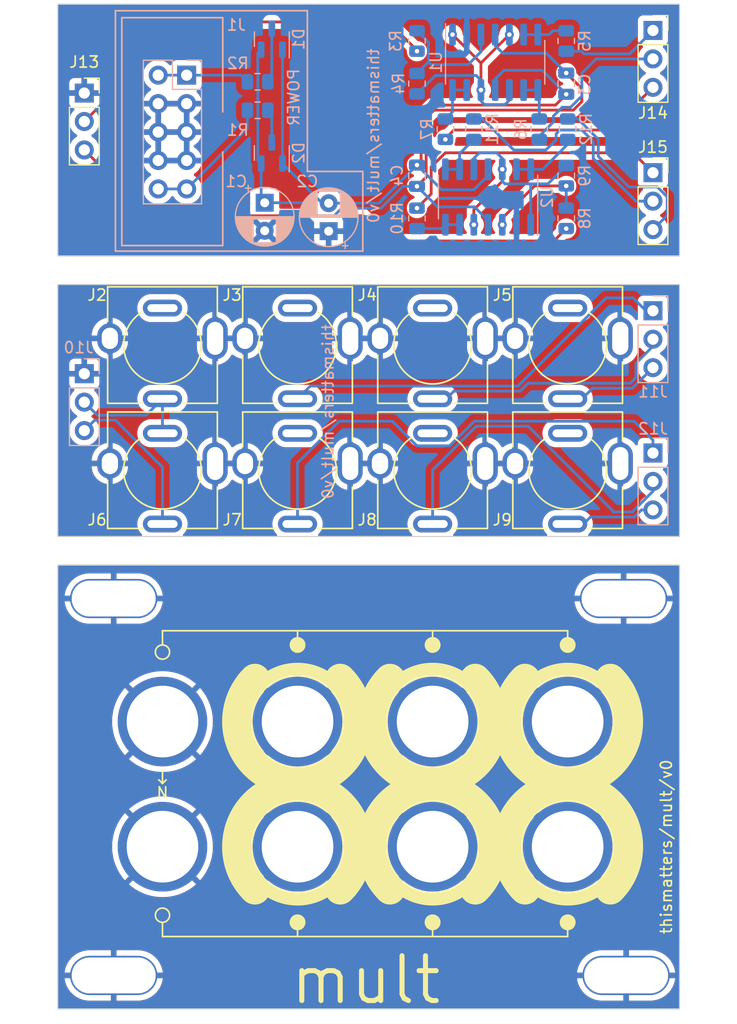
<source format=kicad_pcb>
(kicad_pcb (version 20221018) (generator pcbnew)
  (layers (0 "F.Cu" signal) (31 "B.Cu" signal) (34 "B.Paste" user) (35 "F.Paste" user) (36 "B.SilkS" user "B.Silkscreen") (37 "F.SilkS" user "F.Silkscreen") (38 "B.Mask" user) (39 "F.Mask" user) (44 "Edge.Cuts" user))
  (net 0 "")
  (net 1 "+12V")
  (net 2 "GND")
  (net 3 "-12V")
  (net 4 "Net-(D1-COM)")
  (net 5 "Net-(D2-COM)")
  (net 6 "/FACE")
  (net 7 "Net-(J1-Pin_1)")
  (net 8 "Net-(J1-Pin_10)")
  (net 9 "/IN0")
  (net 11 "/OUT0")
  (net 13 "/OUT1")
  (net 15 "/OUT2")
  (net 17 "/IN1")
  (net 18 "/OUT3")
  (net 20 "/OUT4")
  (net 22 "/OUT5")
  (net 24 "Net-(U1A-+)")
  (net 25 "Net-(U1B-+)")
  (net 26 "Net-(U1B--)")
  (net 27 "Net-(U1C--)")
  (net 28 "Net-(U1D--)")
  (net 29 "Net-(U2A-+)")
  (net 30 "Net-(U2B-+)")
  (net 31 "Net-(U2B--)")
  (net 32 "Net-(U2C--)")
  (net 33 "Net-(U2D--)")
  (net 34 "/GND'")
  (net 35 "/IN0'")
  (net 36 "/IN1'")
  (net 37 "/OUT0'")
  (net 38 "/OUT1'")
  (net 39 "/OUT2'")
  (net 40 "/OUT3'")
  (net 41 "/OUT4'")
  (net 42 "/OUT5'")
  (footprint "Eurorack:AudioJack2_Tayda_A-2566" (layer "F.Cu") (at 125.73 107.844 180)
    (fp_text reference "J7" (at 5.842 -4.424 unlocked) (layer "F.SilkS"))
    (fp_text value "AudioJack2_SwitchT")
    (pad "S" thru_hole oval (at -4.7 0.6 180) (size 2.25 3.75) (drill oval 1.45 2.95) (layers "*.Cu" "*.Mask") (net 34 "/GND'"))
    (pad "S" thru_hole oval (at 4.7 0.6 180) (size 2.25 2.7) (drill oval 1.45 1.9) (layers "*.Cu" "*.Mask") (net 34 "/GND'"))
    (pad "T" thru_hole oval (at 0 -4.8 180) (size 3.5 1.5) (drill oval 2.7 0.7) (layers "*.Cu" "*.Mask") (net 18 "/OUT3"))
    (pad "TN" thru_hole oval (at 0 3.3 180) (size 3.5 1.5) (drill oval 2.7 0.7) (layers "*.Cu" "*.Mask"))
  )
  (footprint "Eurorack:Mech-AudioJack-Hole-Output" (layer "F.Cu") (at 125.73 141.459 180)
    (fp_text reference "H10")
    (fp_text value "out 2" hide)
    (pad "1" thru_hole circle (at 0 0 270) (size 8 8) (drill 6.4) (layers "*.Cu" "*.Mask") (net 6 "/FACE"))
  )
  (footprint "Eurorack:AudioJack2_Tayda_A-2566" (layer "F.Cu") (at 149.86 107.844 180)
    (fp_text reference "J9" (at 5.842 -4.424 unlocked) (layer "F.SilkS"))
    (fp_text value "AudioJack2_SwitchT")
    (pad "S" thru_hole oval (at -4.7 0.6 180) (size 2.25 3.75) (drill oval 1.45 2.95) (layers "*.Cu" "*.Mask") (net 34 "/GND'"))
    (pad "S" thru_hole oval (at 4.7 0.6 180) (size 2.25 2.7) (drill oval 1.45 1.9) (layers "*.Cu" "*.Mask") (net 34 "/GND'"))
    (pad "T" thru_hole oval (at 0 -4.8 180) (size 3.5 1.5) (drill oval 2.7 0.7) (layers "*.Cu" "*.Mask") (net 22 "/OUT5"))
    (pad "TN" thru_hole oval (at 0 3.3 180) (size 3.5 1.5) (drill oval 2.7 0.7) (layers "*.Cu" "*.Mask"))
  )
  (footprint "Connector_PinSocket_2.54mm:PinSocket_1x03_P2.54mm_Vertical" (layer "F.Cu") (at 106.68 74.168)
    (fp_text reference "J13" (at 0 -2.77) (layer "F.SilkS"))
    (fp_text value "Conn_01x03_Socket")
    (pad "1" thru_hole rect (at 0 0) (size 1.7 1.7) (drill 1) (layers "*.Cu" "*.Mask") (net 2 "GND"))
    (pad "2" thru_hole oval (at 0 2.54) (size 1.7 1.7) (drill 1) (layers "*.Cu" "*.Mask") (net 35 "/IN0'"))
    (pad "3" thru_hole oval (at 0 5.08) (size 1.7 1.7) (drill 1) (layers "*.Cu" "*.Mask") (net 36 "/IN1'"))
  )
  (footprint "Eurorack:AudioJack2_Tayda_A-2566" (layer "F.Cu") (at 125.73 96.668 180)
    (fp_text reference "J3" (at 5.842 4.466 unlocked) (layer "F.SilkS"))
    (fp_text value "AudioJack2_SwitchT")
    (pad "S" thru_hole oval (at -4.7 0.6 180) (size 2.25 3.75) (drill oval 1.45 2.95) (layers "*.Cu" "*.Mask") (net 34 "/GND'"))
    (pad "S" thru_hole oval (at 4.7 0.6 180) (size 2.25 2.7) (drill oval 1.45 1.9) (layers "*.Cu" "*.Mask") (net 34 "/GND'"))
    (pad "T" thru_hole oval (at 0 -4.8 180) (size 3.5 1.5) (drill oval 2.7 0.7) (layers "*.Cu" "*.Mask") (net 11 "/OUT0"))
    (pad "TN" thru_hole oval (at 0 3.3 180) (size 3.5 1.5) (drill oval 2.7 0.7) (layers "*.Cu" "*.Mask"))
  )
  (footprint "Eurorack:AudioJack2_Tayda_A-2566" (layer "F.Cu") (at 137.795 96.668 180)
    (fp_text reference "J4" (at 5.842 4.466 unlocked) (layer "F.SilkS"))
    (fp_text value "AudioJack2_SwitchT")
    (pad "S" thru_hole oval (at -4.7 0.6 180) (size 2.25 3.75) (drill oval 1.45 2.95) (layers "*.Cu" "*.Mask") (net 34 "/GND'"))
    (pad "S" thru_hole oval (at 4.7 0.6 180) (size 2.25 2.7) (drill oval 1.45 1.9) (layers "*.Cu" "*.Mask") (net 34 "/GND'"))
    (pad "T" thru_hole oval (at 0 -4.8 180) (size 3.5 1.5) (drill oval 2.7 0.7) (layers "*.Cu" "*.Mask") (net 13 "/OUT1"))
    (pad "TN" thru_hole oval (at 0 3.3 180) (size 3.5 1.5) (drill oval 2.7 0.7) (layers "*.Cu" "*.Mask"))
  )
  (footprint "Eurorack:Mech-MountingHole" (layer "F.Cu") (at 109.305 119.3)
    (fp_text reference "H1")
    (fp_text value "mount0")
    (pad "1" thru_hole oval (at 0 0 90) (size 3.5 7.8) (drill oval 3.2 7.5) (layers "*.Cu" "*.Mask") (net 6 "/FACE"))
  )
  (footprint "Eurorack:Mech-MountingHole" (layer "F.Cu") (at 109.305 152.95)
    (fp_text reference "H4")
    (fp_text value "mount3")
    (pad "1" thru_hole oval (at 0 0 90) (size 3.5 7.8) (drill oval 3.2 7.5) (layers "*.Cu" "*.Mask") (net 6 "/FACE"))
  )
  (footprint "Eurorack:Mech-AudioJack-Hole-Output" (layer "F.Cu") (at 149.86 141.459 180)
    (fp_text reference "H12")
    (fp_text value "out 2" hide)
    (pad "1" thru_hole circle (at 0 0 270) (size 8 8) (drill 6.4) (layers "*.Cu" "*.Mask") (net 6 "/FACE"))
  )
  (footprint "Eurorack:Mech-AudioJack-Hole-Output" (layer "F.Cu") (at 149.86 130.283)
    (fp_text reference "H9")
    (fp_text value "out 1" hide)
    (pad "1" thru_hole circle (at 0 0 90) (size 8 8) (drill 6.4) (layers "*.Cu" "*.Mask") (net 6 "/FACE"))
  )
  (footprint "Eurorack:Mech-AudioJack-Hole" (layer "F.Cu") (at 113.665 141.457)
    (fp_text reference "H6")
    (fp_text value "in 2" hide)
    (pad "1" thru_hole circle (at 0 0 90) (size 8 8) (drill 6.4) (layers "*.Cu" "*.Mask") (net 6 "/FACE"))
  )
  (footprint "Eurorack:Mech-AudioJack-Hole" (layer "F.Cu") (at 113.665 130.283)
    (fp_text reference "H5")
    (fp_text value "in 1" hide)
    (pad "1" thru_hole circle (at 0 0 90) (size 8 8) (drill 6.4) (layers "*.Cu" "*.Mask") (net 6 "/FACE"))
  )
  (footprint "Eurorack:Mech-MountingHole" (layer "F.Cu") (at 154.855 119.3)
    (fp_text reference "H2")
    (fp_text value "mount1")
    (pad "1" thru_hole oval (at 0 0 90) (size 3.5 7.8) (drill oval 3.2 7.5) (layers "*.Cu" "*.Mask") (net 6 "/FACE"))
  )
  (footprint "Eurorack:AudioJack2_Tayda_A-2566" (layer "F.Cu") (at 113.665 96.668 180)
    (fp_text reference "J2" (at 5.842 4.466 unlocked) (layer "F.SilkS"))
    (fp_text value "AudioJack2_SwitchT")
    (pad "S" thru_hole oval (at -4.7 0.6 180) (size 2.25 3.75) (drill oval 1.45 2.95) (layers "*.Cu" "*.Mask") (net 34 "/GND'"))
    (pad "S" thru_hole oval (at 4.7 0.6 180) (size 2.25 2.7) (drill oval 1.45 1.9) (layers "*.Cu" "*.Mask") (net 34 "/GND'"))
    (pad "T" thru_hole oval (at 0 -4.8 180) (size 3.5 1.5) (drill oval 2.7 0.7) (layers "*.Cu" "*.Mask") (net 9 "/IN0"))
    (pad "TN" thru_hole oval (at 0 3.3 180) (size 3.5 1.5) (drill oval 2.7 0.7) (layers "*.Cu" "*.Mask"))
  )
  (footprint "Connector_PinSocket_2.54mm:PinSocket_1x03_P2.54mm_Vertical" (layer "F.Cu") (at 157.48 68.58)
    (fp_text reference "J14" (at 0 7.366) (layer "F.SilkS"))
    (fp_text value "Conn_01x03_Socket")
    (pad "1" thru_hole rect (at 0 0) (size 1.7 1.7) (drill 1) (layers "*.Cu" "*.Mask") (net 37 "/OUT0'"))
    (pad "2" thru_hole oval (at 0 2.54) (size 1.7 1.7) (drill 1) (layers "*.Cu" "*.Mask") (net 38 "/OUT1'"))
    (pad "3" thru_hole oval (at 0 5.08) (size 1.7 1.7) (drill 1) (layers "*.Cu" "*.Mask") (net 39 "/OUT2'"))
  )
  (footprint "Eurorack:AudioJack2_Tayda_A-2566" (layer "F.Cu") (at 149.86 96.668 180)
    (fp_text reference "J5" (at 5.842 4.466 unlocked) (layer "F.SilkS"))
    (fp_text value "AudioJack2_SwitchT")
    (pad "S" thru_hole oval (at -4.7 0.6 180) (size 2.25 3.75) (drill oval 1.45 2.95) (layers "*.Cu" "*.Mask") (net 34 "/GND'"))
    (pad "S" thru_hole oval (at 4.7 0.6 180) (size 2.25 2.7) (drill oval 1.45 1.9) (layers "*.Cu" "*.Mask") (net 34 "/GND'"))
    (pad "T" thru_hole oval (at 0 -4.8 180) (size 3.5 1.5) (drill oval 2.7 0.7) (layers "*.Cu" "*.Mask") (net 15 "/OUT2"))
    (pad "TN" thru_hole oval (at 0 3.3 180) (size 3.5 1.5) (drill oval 2.7 0.7) (layers "*.Cu" "*.Mask"))
  )
  (footprint "Eurorack:Mech-AudioJack-Hole-Output" (layer "F.Cu") (at 137.795 141.459 180)
    (fp_text reference "H11")
    (fp_text value "out 2" hide)
    (pad "1" thru_hole circle (at 0 0 270) (size 8 8) (drill 6.4) (layers "*.Cu" "*.Mask") (net 6 "/FACE"))
  )
  (footprint "Eurorack:Mech-AudioJack-Hole-Output" (layer "F.Cu") (at 125.73 130.283)
    (fp_text reference "H7")
    (fp_text value "out 1" hide)
    (pad "1" thru_hole circle (at 0 0 90) (size 8 8) (drill 6.4) (layers "*.Cu" "*.Mask") (net 6 "/FACE"))
  )
  (footprint "Connector_PinSocket_2.54mm:PinSocket_1x03_P2.54mm_Vertical" (layer "F.Cu") (at 157.48 81.28)
    (fp_text reference "J15" (at 0 -2.286) (layer "F.SilkS"))
    (fp_text value "Conn_01x03_Socket")
    (pad "1" thru_hole rect (at 0 0) (size 1.7 1.7) (drill 1) (layers "*.Cu" "*.Mask") (net 40 "/OUT3'"))
    (pad "2" thru_hole oval (at 0 2.54) (size 1.7 1.7) (drill 1) (layers "*.Cu" "*.Mask") (net 41 "/OUT4'"))
    (pad "3" thru_hole oval (at 0 5.08) (size 1.7 1.7) (drill 1) (layers "*.Cu" "*.Mask") (net 42 "/OUT5'"))
  )
  (footprint "Eurorack:Mech-AudioJack-Hole-Output" (layer "F.Cu") (at 137.795 130.283)
    (fp_text reference "H8")
    (fp_text value "out 1" hide)
    (pad "1" thru_hole circle (at 0 0 90) (size 8 8) (drill 6.4) (layers "*.Cu" "*.Mask") (net 6 "/FACE"))
  )
  (footprint "Eurorack:Mech-MountingHole" (layer "F.Cu") (at 155.08 152.95)
    (fp_text reference "H3")
    (fp_text value "mount2")
    (pad "1" thru_hole oval (at 0 0 90) (size 3.5 7.8) (drill oval 3.2 7.5) (layers "*.Cu" "*.Mask") (net 6 "/FACE"))
  )
  (footprint "Eurorack:AudioJack2_Tayda_A-2566" (layer "F.Cu") (at 113.665 107.842 180)
    (fp_text reference "J6" (at 5.842 -4.426 unlocked) (layer "F.SilkS"))
    (fp_text value "AudioJack2_SwitchT")
    (pad "S" thru_hole oval (at -4.7 0.6 180) (size 2.25 3.75) (drill oval 1.45 2.95) (layers "*.Cu" "*.Mask") (net 34 "/GND'"))
    (pad "S" thru_hole oval (at 4.7 0.6 180) (size 2.25 2.7) (drill oval 1.45 1.9) (layers "*.Cu" "*.Mask") (net 34 "/GND'"))
    (pad "T" thru_hole oval (at 0 -4.8 180) (size 3.5 1.5) (drill oval 2.7 0.7) (layers "*.Cu" "*.Mask") (net 17 "/IN1"))
    (pad "TN" thru_hole oval (at 0 3.3 180) (size 3.5 1.5) (drill oval 2.7 0.7) (layers "*.Cu" "*.Mask") (net 9 "/IN0"))
  )
  (footprint "Eurorack:AudioJack2_Tayda_A-2566" (layer "F.Cu") (at 137.795 107.844 180)
    (fp_text reference "J8" (at 5.842 -4.424 unlocked) (layer "F.SilkS"))
    (fp_text value "AudioJack2_SwitchT")
    (pad "S" thru_hole oval (at -4.7 0.6 180) (size 2.25 3.75) (drill oval 1.45 2.95) (layers "*.Cu" "*.Mask") (net 34 "/GND'"))
    (pad "S" thru_hole oval (at 4.7 0.6 180) (size 2.25 2.7) (drill oval 1.45 1.9) (layers "*.Cu" "*.Mask") (net 34 "/GND'"))
    (pad "T" thru_hole oval (at 0 -4.8 180) (size 3.5 1.5) (drill oval 2.7 0.7) (layers "*.Cu" "*.Mask") (net 20 "/OUT4"))
    (pad "TN" thru_hole oval (at 0 3.3 180) (size 3.5 1.5) (drill oval 2.7 0.7) (layers "*.Cu" "*.Mask"))
  )
  (footprint "Resistor_SMD:R_0805_2012Metric" (layer "B.Cu") (at 149.86 77.396 90)
    (fp_text reference "R12" (at 0 1.65 90) (layer "B.SilkS") (effects (justify mirror)))
    (fp_text value "1K")
    (pad "1" smd roundrect (at -0.9125 0 90) (size 1.025 1.4) (layers "B.Cu" "B.Paste" "B.Mask") (roundrect_rratio 0.243902) (net 33 "Net-(U2D--)"))
    (pad "2" smd roundrect (at 0.9125 0 90) (size 1.025 1.4) (layers "B.Cu" "B.Paste" "B.Mask") (roundrect_rratio 0.243902) (net 42 "/OUT5'"))
  )
  (footprint "Resistor_SMD:R_0805_2012Metric" (layer "B.Cu") (at 122.1613 73.1669 180)
    (fp_text reference "R2" (at 1.7653 1.65) (layer "B.SilkS") (effects (justify mirror)))
    (fp_text value "10")
    (pad "1" smd roundrect (at -0.9125 0 180) (size 1.025 1.4) (layers "B.Cu" "B.Paste" "B.Mask") (roundrect_rratio 0.243902) (net 4 "Net-(D1-COM)"))
    (pad "2" smd roundrect (at 0.9125 0 180) (size 1.025 1.4) (layers "B.Cu" "B.Paste" "B.Mask") (roundrect_rratio 0.243902) (net 7 "Net-(J1-Pin_1)"))
  )
  (footprint "Capacitor_SMD:C_0805_2012Metric" (layer "B.Cu") (at 136.398 81.5455 90)
    (fp_text reference "C4" (at 0.0115 -1.778 90) (layer "B.SilkS") (effects (justify mirror)))
    (fp_text value "100n")
    (pad "1" smd roundrect (at -0.95 0 90) (size 1 1.45) (layers "B.Cu" "B.Paste" "B.Mask") (net 1 "+12V"))
    (pad "2" smd roundrect (at 0.95 0 90) (size 1 1.45) (layers "B.Cu" "B.Paste" "B.Mask") (net 3 "-12V"))
  )
  (footprint "Resistor_SMD:R_0805_2012Metric" (layer "B.Cu") (at 136.398 73.329 -90)
    (fp_text reference "R4" (at 0 1.65 90) (layer "B.SilkS") (effects (justify mirror)))
    (fp_text value "100K")
    (pad "1" smd roundrect (at -0.9125 0 270) (size 1.025 1.4) (layers "B.Cu" "B.Paste" "B.Mask") (roundrect_rratio 0.243902) (net 24 "Net-(U1A-+)"))
    (pad "2" smd roundrect (at 0.9125 0 270) (size 1.025 1.4) (layers "B.Cu" "B.Paste" "B.Mask") (roundrect_rratio 0.243902) (net 25 "Net-(U1B-+)"))
  )
  (footprint "Resistor_SMD:R_0805_2012Metric" (layer "B.Cu") (at 149.733 85.3555 90)
    (fp_text reference "R8" (at 0 1.651 90) (layer "B.SilkS") (effects (justify mirror)))
    (fp_text value "100K")
    (pad "1" smd roundrect (at -0.9125 0 90) (size 1.025 1.4) (layers "B.Cu" "B.Paste" "B.Mask") (roundrect_rratio 0.243902) (net 36 "/IN1'"))
    (pad "2" smd roundrect (at 0.9125 0 90) (size 1.025 1.4) (layers "B.Cu" "B.Paste" "B.Mask") (roundrect_rratio 0.243902) (net 29 "Net-(U2A-+)"))
  )
  (footprint "Package_SO:SOIC-14_3.9x8.7mm_P1.27mm" (layer "B.Cu") (at 143.383 71.424 -90)
    (fp_text reference "U1" (at 0 5.28 90) (layer "B.SilkS") (effects (justify mirror)))
    (fp_text value "TL074")
    (pad "1" smd roundrect (at -2.475 3.81 270) (size 1.95 0.6) (layers "B.Cu" "B.Paste" "B.Mask") (net 25 "Net-(U1B-+)"))
    (pad "2" smd roundrect (at -2.475 2.54 270) (size 1.95 0.6) (layers "B.Cu" "B.Paste" "B.Mask") (net 2 "GND"))
    (pad "3" smd roundrect (at -2.475 1.27 270) (size 1.95 0.6) (layers "B.Cu" "B.Paste" "B.Mask") (net 24 "Net-(U1A-+)"))
    (pad "4" smd roundrect (at -2.475 0 270) (size 1.95 0.6) (layers "B.Cu" "B.Paste" "B.Mask") (net 1 "+12V"))
    (pad "5" smd roundrect (at -2.475 -1.27 270) (size 1.95 0.6) (layers "B.Cu" "B.Paste" "B.Mask") (net 25 "Net-(U1B-+)"))
    (pad "6" smd roundrect (at -2.475 -2.54 270) (size 1.95 0.6) (layers "B.Cu" "B.Paste" "B.Mask") (net 26 "Net-(U1B--)"))
    (pad "7" smd roundrect (at -2.475 -3.81 270) (size 1.95 0.6) (layers "B.Cu" "B.Paste" "B.Mask") (net 26 "Net-(U1B--)"))
    (pad "8" smd roundrect (at 2.475 -3.81 270) (size 1.95 0.6) (layers "B.Cu" "B.Paste" "B.Mask") (net 27 "Net-(U1C--)"))
    (pad "9" smd roundrect (at 2.475 -2.54 270) (size 1.95 0.6) (layers "B.Cu" "B.Paste" "B.Mask") (net 27 "Net-(U1C--)"))
    (pad "10" smd roundrect (at 2.475 -1.27 270) (size 1.95 0.6) (layers "B.Cu" "B.Paste" "B.Mask") (net 25 "Net-(U1B-+)"))
    (pad "11" smd roundrect (at 2.475 0 270) (size 1.95 0.6) (layers "B.Cu" "B.Paste" "B.Mask") (net 3 "-12V"))
    (pad "12" smd roundrect (at 2.475 1.27 270) (size 1.95 0.6) (layers "B.Cu" "B.Paste" "B.Mask") (net 25 "Net-(U1B-+)"))
    (pad "13" smd roundrect (at 2.475 2.54 270) (size 1.95 0.6) (layers "B.Cu" "B.Paste" "B.Mask") (net 28 "Net-(U1D--)"))
    (pad "14" smd roundrect (at 2.475 3.81 270) (size 1.95 0.6) (layers "B.Cu" "B.Paste" "B.Mask") (net 28 "Net-(U1D--)"))
  )
  (footprint "Resistor_SMD:R_0805_2012Metric" (layer "B.Cu") (at 141.478 77.396 90)
    (fp_text reference "R11" (at 0 1.65 90) (layer "B.SilkS") (effects (justify mirror)))
    (fp_text value "1K")
    (pad "1" smd roundrect (at -0.9125 0 90) (size 1.025 1.4) (layers "B.Cu" "B.Paste" "B.Mask") (roundrect_rratio 0.243902) (net 32 "Net-(U2C--)"))
    (pad "2" smd roundrect (at 0.9125 0 90) (size 1.025 1.4) (layers "B.Cu" "B.Paste" "B.Mask") (roundrect_rratio 0.243902) (net 41 "/OUT4'"))
  )
  (footprint "Package_TO_SOT_SMD:SOT-23" (layer "B.Cu") (at 123.4313 79.5169 90)
    (fp_text reference "D2" (at 0 2.4 90) (layer "B.SilkS") (effects (justify mirror)))
    (fp_text value "BAT54S")
    (pad "1" smd roundrect (at -0.9375 0.95 90) (size 1.475 0.6) (layers "B.Cu" "B.Paste" "B.Mask") (net 3 "-12V"))
    (pad "2" smd roundrect (at -0.9375 -0.95 90) (size 1.475 0.6) (layers "B.Cu" "B.Paste" "B.Mask") (net 1 "+12V"))
    (pad "3" smd roundrect (at 0.9375 0 90) (size 1.475 0.6) (layers "B.Cu" "B.Paste" "B.Mask") (net 5 "Net-(D2-COM)"))
  )
  (footprint "Resistor_SMD:R_0805_2012Metric" (layer "B.Cu") (at 122.1613 75.7069 180)
    (fp_text reference "R1" (at 1.7653 -1.7631) (layer "B.SilkS") (effects (justify mirror)))
    (fp_text value "10")
    (pad "1" smd roundrect (at -0.9125 0 180) (size 1.025 1.4) (layers "B.Cu" "B.Paste" "B.Mask") (roundrect_rratio 0.243902) (net 5 "Net-(D2-COM)"))
    (pad "2" smd roundrect (at 0.9125 0 180) (size 1.025 1.4) (layers "B.Cu" "B.Paste" "B.Mask") (roundrect_rratio 0.243902) (net 8 "Net-(J1-Pin_10)"))
  )
  (footprint "Package_TO_SOT_SMD:SOT-23" (layer "B.Cu") (at 123.4313 69.3569 90)
    (fp_text reference "D1" (at 0 2.4 90) (layer "B.SilkS") (effects (justify mirror)))
    (fp_text value "BAT54S")
    (pad "1" smd roundrect (at -0.9375 0.95 90) (size 1.475 0.6) (layers "B.Cu" "B.Paste" "B.Mask") (net 3 "-12V"))
    (pad "2" smd roundrect (at -0.9375 -0.95 90) (size 1.475 0.6) (layers "B.Cu" "B.Paste" "B.Mask") (net 1 "+12V"))
    (pad "3" smd roundrect (at 0.9375 0 90) (size 1.475 0.6) (layers "B.Cu" "B.Paste" "B.Mask") (net 4 "Net-(D1-COM)"))
  )
  (footprint "Package_SO:SOIC-14_3.9x8.7mm_P1.27mm" (layer "B.Cu") (at 142.748 83.4505 90)
    (fp_text reference "U2" (at 0 5.28 90) (layer "B.SilkS") (effects (justify mirror)))
    (fp_text value "TL074")
    (pad "1" smd roundrect (at -2.475 3.81 90) (size 1.95 0.6) (layers "B.Cu" "B.Paste" "B.Mask") (net 30 "Net-(U2B-+)"))
    (pad "2" smd roundrect (at -2.475 2.54 90) (size 1.95 0.6) (layers "B.Cu" "B.Paste" "B.Mask") (net 2 "GND"))
    (pad "3" smd roundrect (at -2.475 1.27 90) (size 1.95 0.6) (layers "B.Cu" "B.Paste" "B.Mask") (net 29 "Net-(U2A-+)"))
    (pad "4" smd roundrect (at -2.475 0 90) (size 1.95 0.6) (layers "B.Cu" "B.Paste" "B.Mask") (net 1 "+12V"))
    (pad "5" smd roundrect (at -2.475 -1.27 90) (size 1.95 0.6) (layers "B.Cu" "B.Paste" "B.Mask") (net 30 "Net-(U2B-+)"))
    (pad "6" smd roundrect (at -2.475 -2.54 90) (size 1.95 0.6) (layers "B.Cu" "B.Paste" "B.Mask") (net 31 "Net-(U2B--)"))
    (pad "7" smd roundrect (at -2.475 -3.81 90) (size 1.95 0.6) (layers "B.Cu" "B.Paste" "B.Mask") (net 31 "Net-(U2B--)"))
    (pad "8" smd roundrect (at 2.475 -3.81 90) (size 1.95 0.6) (layers "B.Cu" "B.Paste" "B.Mask") (net 32 "Net-(U2C--)"))
    (pad "9" smd roundrect (at 2.475 -2.54 90) (size 1.95 0.6) (layers "B.Cu" "B.Paste" "B.Mask") (net 32 "Net-(U2C--)"))
    (pad "10" smd roundrect (at 2.475 -1.27 90) (size 1.95 0.6) (layers "B.Cu" "B.Paste" "B.Mask") (net 30 "Net-(U2B-+)"))
    (pad "11" smd roundrect (at 2.475 0 90) (size 1.95 0.6) (layers "B.Cu" "B.Paste" "B.Mask") (net 3 "-12V"))
    (pad "12" smd roundrect (at 2.475 1.27 90) (size 1.95 0.6) (layers "B.Cu" "B.Paste" "B.Mask") (net 30 "Net-(U2B-+)"))
    (pad "13" smd roundrect (at 2.475 2.54 90) (size 1.95 0.6) (layers "B.Cu" "B.Paste" "B.Mask") (net 33 "Net-(U2D--)"))
    (pad "14" smd roundrect (at 2.475 3.81 90) (size 1.95 0.6) (layers "B.Cu" "B.Paste" "B.Mask") (net 33 "Net-(U2D--)"))
  )
  (footprint "Resistor_SMD:R_0805_2012Metric" (layer "B.Cu") (at 149.733 69.519 -90)
    (fp_text reference "R5" (at 0 -1.651 90) (layer "B.SilkS") (effects (justify mirror)))
    (fp_text value "1K")
    (pad "1" smd roundrect (at -0.9125 0 270) (size 1.025 1.4) (layers "B.Cu" "B.Paste" "B.Mask") (roundrect_rratio 0.243902) (net 26 "Net-(U1B--)"))
    (pad "2" smd roundrect (at 0.9125 0 270) (size 1.025 1.4) (layers "B.Cu" "B.Paste" "B.Mask") (roundrect_rratio 0.243902) (net 37 "/OUT0'"))
  )
  (footprint "Eurorack:PinHeader_2x05_P2.54mm_Vertical" (layer "B.Cu") (at 115.824 72.57 180)
    (fp_text reference "J1" (at -4.4323 4.4831) (layer "B.SilkS") (effects (justify mirror)))
    (fp_text value "Conn_02x05_Odd_Even")
    (pad "1" thru_hole rect (at 0 0 180) (size 1.7 1.7) (drill 1) (layers "*.Cu" "*.Mask") (net 7 "Net-(J1-Pin_1)"))
    (pad "2" thru_hole oval (at 2.54 0 180) (size 1.7 1.7) (drill 1) (layers "*.Cu" "*.Mask") (net 7 "Net-(J1-Pin_1)"))
    (pad "3" thru_hole oval (at 0 -2.54 180) (size 1.7 1.7) (drill 1) (layers "*.Cu" "*.Mask") (net 2 "GND"))
    (pad "4" thru_hole oval (at 2.54 -2.54 180) (size 1.7 1.7) (drill 1) (layers "*.Cu" "*.Mask") (net 2 "GND"))
    (pad "5" thru_hole oval (at 0 -5.08 180) (size 1.7 1.7) (drill 1) (layers "*.Cu" "*.Mask") (net 2 "GND"))
    (pad "6" thru_hole oval (at 2.54 -5.08 180) (size 1.7 1.7) (drill 1) (layers "*.Cu" "*.Mask") (net 2 "GND"))
    (pad "7" thru_hole oval (at 0 -7.62 180) (size 1.7 1.7) (drill 1) (layers "*.Cu" "*.Mask") (net 2 "GND"))
    (pad "8" thru_hole oval (at 2.54 -7.62 180) (size 1.7 1.7) (drill 1) (layers "*.Cu" "*.Mask") (net 2 "GND"))
    (pad "9" thru_hole oval (at 0 -10.16 180) (size 1.7 1.7) (drill 1) (layers "*.Cu" "*.Mask") (net 8 "Net-(J1-Pin_10)"))
    (pad "10" thru_hole oval (at 2.54 -10.16 180) (size 1.7 1.7) (drill 1) (layers "*.Cu" "*.Mask") (net 8 "Net-(J1-Pin_10)"))
  )
  (footprint "Resistor_SMD:R_0805_2012Metric" (layer "B.Cu") (at 138.938 77.396 -90)
    (fp_text reference "R7" (at 0 1.65 90) (layer "B.SilkS") (effects (justify mirror)))
    (fp_text value "1K")
    (pad "1" smd roundrect (at -0.9125 0 270) (size 1.025 1.4) (layers "B.Cu" "B.Paste" "B.Mask") (roundrect_rratio 0.243902) (net 28 "Net-(U1D--)"))
    (pad "2" smd roundrect (at 0.9125 0 270) (size 1.025 1.4) (layers "B.Cu" "B.Paste" "B.Mask") (roundrect_rratio 0.243902) (net 39 "/OUT2'"))
  )
  (footprint "Resistor_SMD:R_0805_2012Metric" (layer "B.Cu") (at 136.398 85.3555 90)
    (fp_text reference "R10" (at 0 -1.778 90) (layer "B.SilkS") (effects (justify mirror)))
    (fp_text value "1K")
    (pad "1" smd roundrect (at -0.9125 0 90) (size 1.025 1.4) (layers "B.Cu" "B.Paste" "B.Mask") (roundrect_rratio 0.243902) (net 31 "Net-(U2B--)"))
    (pad "2" smd roundrect (at 0.9125 0 90) (size 1.025 1.4) (layers "B.Cu" "B.Paste" "B.Mask") (roundrect_rratio 0.243902) (net 40 "/OUT3'"))
  )
  (footprint "Connector_PinHeader_2.54mm:PinHeader_1x03_P2.54mm_Vertical" (layer "B.Cu") (at 106.68 99.223 180)
    (fp_text reference "J10" (at 0.508 2.33) (layer "B.SilkS") (effects (justify mirror)))
    (fp_text value "Conn_01x03_Pin")
    (pad "1" thru_hole rect (at 0 0 180) (size 1.7 1.7) (drill 1) (layers "*.Cu" "*.Mask") (net 34 "/GND'"))
    (pad "2" thru_hole oval (at 0 -2.54 180) (size 1.7 1.7) (drill 1) (layers "*.Cu" "*.Mask") (net 9 "/IN0"))
    (pad "3" thru_hole oval (at 0 -5.08 180) (size 1.7 1.7) (drill 1) (layers "*.Cu" "*.Mask") (net 17 "/IN1"))
  )
  (footprint "Resistor_SMD:R_0805_2012Metric" (layer "B.Cu") (at 149.733 81.5455 90)
    (fp_text reference "R9" (at 0 1.65 90) (layer "B.SilkS") (effects (justify mirror)))
    (fp_text value "100K")
    (pad "1" smd roundrect (at -0.9125 0 90) (size 1.025 1.4) (layers "B.Cu" "B.Paste" "B.Mask") (roundrect_rratio 0.243902) (net 29 "Net-(U2A-+)"))
    (pad "2" smd roundrect (at 0.9125 0 90) (size 1.025 1.4) (layers "B.Cu" "B.Paste" "B.Mask") (roundrect_rratio 0.243902) (net 30 "Net-(U2B-+)"))
  )
  (footprint "Resistor_SMD:R_0805_2012Metric" (layer "B.Cu") (at 147.32 77.396 -90)
    (fp_text reference "R6" (at 0 1.65 90) (layer "B.SilkS") (effects (justify mirror)))
    (fp_text value "1K")
    (pad "1" smd roundrect (at -0.9125 0 270) (size 1.025 1.4) (layers "B.Cu" "B.Paste" "B.Mask") (roundrect_rratio 0.243902) (net 27 "Net-(U1C--)"))
    (pad "2" smd roundrect (at 0.9125 0 270) (size 1.025 1.4) (layers "B.Cu" "B.Paste" "B.Mask") (roundrect_rratio 0.243902) (net 38 "/OUT1'"))
  )
  (footprint "Capacitor_THT:CP_Radial_D5.0mm_P2.50mm" (layer "B.Cu") (at 122.7963 83.9619 -90)
    (fp_text reference "C1" (at -1.905 2.54) (layer "B.SilkS") (effects (justify mirror)))
    (fp_text value "22u 50V")
    (pad "1" thru_hole rect (at 0 0 270) (size 1.6 1.6) (drill 0.8) (layers "*.Cu" "*.Mask") (net 1 "+12V"))
    (pad "2" thru_hole circle (at 2.5 0 270) (size 1.6 1.6) (drill 0.8) (layers "*.Cu" "*.Mask") (net 2 "GND"))
  )
  (footprint "Resistor_SMD:R_0805_2012Metric" (layer "B.Cu") (at 136.398 69.519 90)
    (fp_text reference "R3" (at 0 -1.905 90) (layer "B.SilkS") (effects (justify mirror)))
    (fp_text value "100K")
    (pad "1" smd roundrect (at -0.9125 0 90) (size 1.025 1.4) (layers "B.Cu" "B.Paste" "B.Mask") (roundrect_rratio 0.243902) (net 35 "/IN0'"))
    (pad "2" smd roundrect (at 0.9125 0 90) (size 1.025 1.4) (layers "B.Cu" "B.Paste" "B.Mask") (roundrect_rratio 0.243902) (net 24 "Net-(U1A-+)"))
  )
  (footprint "Capacitor_THT:CP_Radial_D5.0mm_P2.50mm" (layer "B.Cu") (at 128.5113 86.5019 90)
    (fp_text reference "C2" (at 4.445 -1.905) (layer "B.SilkS") (effects (justify mirror)))
    (fp_text value "22u 50V")
    (pad "1" thru_hole rect (at 0 0 90) (size 1.6 1.6) (drill 0.8) (layers "*.Cu" "*.Mask") (net 2 "GND"))
    (pad "2" thru_hole circle (at 2.5 0 90) (size 1.6 1.6) (drill 0.8) (layers "*.Cu" "*.Mask") (net 3 "-12V"))
  )
  (footprint "Capacitor_SMD:C_0805_2012Metric" (layer "B.Cu") (at 149.733 73.329 -90)
    (fp_text reference "C3" (at 0.077 -1.651 90) (layer "B.SilkS") (effects (justify mirror)))
    (fp_text value "100n")
    (pad "1" smd roundrect (at -0.95 0 270) (size 1 1.45) (layers "B.Cu" "B.Paste" "B.Mask") (net 1 "+12V"))
    (pad "2" smd roundrect (at 0.95 0 270) (size 1 1.45) (layers "B.Cu" "B.Paste" "B.Mask") (net 3 "-12V"))
  )
  (footprint "Connector_PinHeader_2.54mm:PinHeader_1x03_P2.54mm_Vertical" (layer "B.Cu") (at 157.48 106.305 180)
    (fp_text reference "J12" (at 0 2.165) (layer "B.SilkS") (effects (justify mirror)))
    (fp_text value "Conn_01x03_Pin")
    (pad "1" thru_hole rect (at 0 0 180) (size 1.7 1.7) (drill 1) (layers "*.Cu" "*.Mask") (net 18 "/OUT3"))
    (pad "2" thru_hole oval (at 0 -2.54 180) (size 1.7 1.7) (drill 1) (layers "*.Cu" "*.Mask") (net 20 "/OUT4"))
    (pad "3" thru_hole oval (at 0 -5.08 180) (size 1.7 1.7) (drill 1) (layers "*.Cu" "*.Mask") (net 22 "/OUT5"))
  )
  (footprint "Connector_PinHeader_2.54mm:PinHeader_1x03_P2.54mm_Vertical" (layer "B.Cu") (at 157.48 93.605 180)
    (fp_text reference "J11" (at 0 -7.233) (layer "B.SilkS") (effects (justify mirror)))
    (fp_text value "Conn_01x03_Pin")
    (pad "1" thru_hole rect (at 0 0 180) (size 1.7 1.7) (drill 1) (layers "*.Cu" "*.Mask") (net 11 "/OUT0"))
    (pad "2" thru_hole oval (at 0 -2.54 180) (size 1.7 1.7) (drill 1) (layers "*.Cu" "*.Mask") (net 13 "/OUT1"))
    (pad "3" thru_hole oval (at 0 -5.08 180) (size 1.7 1.7) (drill 1) (layers "*.Cu" "*.Mask") (net 15 "/OUT2"))
  )
  (gr_line (start 109.4613 66.8169) (end 126.6063 66.8169) (stroke (width 0.15)) (layer "B.SilkS"))
  (gr_line (start 126.6063 81.1679) (end 131.5593 81.1679) (stroke (width 0.15)) (layer "B.SilkS"))
  (gr_line (start 131.5593 88.2799) (end 109.4613 88.2799) (stroke (width 0.15)) (layer "B.SilkS"))
  (gr_line (start 131.5593 81.1679) (end 131.5593 88.2799) (stroke (width 0.15)) (layer "B.SilkS"))
  (gr_line (start 109.4613 88.2799) (end 109.4613 66.8169) (stroke (width 0.15)) (layer "B.SilkS"))
  (gr_line (start 126.6063 66.8169) (end 126.6063 81.1679) (stroke (width 0.15)) (layer "B.SilkS"))
  (gr_line (start 125.73 122.809) (end 125.73 122.174) (stroke (width 0.15)) (layer "F.SilkS"))
  (gr_circle (center 125.73 148.209) (end 126.365 148.209) (stroke (width 0.15)) (fill solid) (layer "F.SilkS"))
  (gr_circle (center 137.795 148.209) (end 138.43 148.209) (stroke (width 0.15)) (fill solid) (layer "F.SilkS"))
  (gr_circle (center 137.795 123.444) (end 138.43 123.444) (stroke (width 0.15)) (fill solid) (layer "F.SilkS"))
  (gr_line (start 149.86 122.809) (end 149.86 122.174) (stroke (width 0.15)) (layer "F.SilkS"))
  (gr_line (start 149.86 149.479) (end 113.665 149.479) (stroke (width 0.15)) (layer "F.SilkS"))
  (gr_line (start 113.665 135.8138) (end 113.9952 135.4836) (stroke (width 0.15)) (layer "F.SilkS"))
  (gr_circle (center 113.665 124.079) (end 114.3 124.079) (stroke (width 0.15)) (fill none) (layer "F.SilkS"))
  (gr_line (start 113.665 149.479) (end 113.665 148.209) (stroke (width 0.15)) (layer "F.SilkS"))
  (gr_line (start 113.665 134.62) (end 113.665 135.8138) (stroke (width 0.15)) (layer "F.SilkS"))
  (gr_circle (center 149.86 123.444) (end 150.495 123.444) (stroke (width 0.15)) (fill solid) (layer "F.SilkS"))
  (gr_circle (center 113.665 147.574) (end 114.3 147.574) (stroke (width 0.15)) (fill none) (layer "F.SilkS"))
  (gr_line (start 113.665 135.8138) (end 113.3348 135.4836) (stroke (width 0.15)) (layer "F.SilkS"))
  (gr_line (start 125.73 149.479) (end 125.73 148.844) (stroke (width 0.15)) (layer "F.SilkS"))
  (gr_line (start 137.795 122.174) (end 137.795 122.809) (stroke (width 0.15)) (layer "F.SilkS"))
  (gr_circle (center 149.86 148.209) (end 150.495 148.209) (stroke (width 0.15)) (fill solid) (layer "F.SilkS"))
  (gr_line (start 113.665 122.174) (end 113.665 123.444) (stroke (width 0.15)) (layer "F.SilkS"))
  (gr_line (start 137.795 149.479) (end 137.795 148.844) (stroke (width 0.15)) (layer "F.SilkS"))
  (gr_line (start 149.86 122.174) (end 113.665 122.174) (stroke (width 0.15)) (layer "F.SilkS"))
  (gr_circle (center 125.73 123.444) (end 126.365 123.444) (stroke (width 0.15)) (fill solid) (layer "F.SilkS"))
  (gr_line (start 149.86 149.479) (end 149.86 148.844) (stroke (width 0.15)) (layer "F.SilkS"))
  (gr_rect (start 104.305 66.22) (end 159.855 88.72) (stroke (width 0.1)) (fill none) (layer "Edge.Cuts"))
  (gr_rect (start 104.305 116.3) (end 159.855 155.95) (stroke (width 0.1)) (fill none) (layer "Edge.Cuts"))
  (gr_rect (start 104.305 91.26) (end 159.855 113.76) (stroke (width 0.1)) (fill none) (layer "Edge.Cuts"))
  (gr_text "thismatters/mult/v0" (at 129.032 94.742 90) (layer "B.SilkS") (effects (font (size 1 1)) (justify left bottom mirror)))
  (gr_text "thismatters/mult/v0" (at 133.096 70.104 90) (layer "B.SilkS") (effects (font (size 1 1)) (justify left bottom mirror)))
  (gr_text "POWER" (at 125.9713 71.8969 90) (layer "B.SilkS") (effects (font (size 1 1)) (justify left bottom mirror)))
  (gr_text "N" (at 113.665 136.652) (layer "F.SilkS") (effects (font (size 1 1))))
  (gr_text "thismatters/mult/v0" (at 159.258 149.352 90) (layer "F.SilkS") (effects (font (size 1 1)) (justify left bottom)))
  (gr_text "mult" (at 131.826 155.702) (layer "F.SilkS") (effects (font (size 4 4) (thickness 0.45)) (justify bottom)))
  (segment (start 150.368 75.692) (end 151.13 74.93) (width 0.25) (layer "F.Cu") (net 1))
  (segment (start 151.13 73.776) (end 149.733 72.379) (width 0.25) (layer "F.Cu") (net 1))
  (segment (start 137.922 75.692) (end 150.368 75.692) (width 0.25) (layer "F.Cu") (net 1))
  (segment (start 151.13 74.93) (end 151.13 73.776) (width 0.25) (layer "F.Cu") (net 1))
  (segment (start 137.218 81.6755) (end 137.218 76.396) (width 0.25) (layer "F.Cu") (net 1))
  (segment (start 136.398 82.4955) (end 137.218 81.6755) (width 0.25) (layer "F.Cu") (net 1))
  (segment (start 137.218 76.396) (end 137.922 75.692) (width 0.25) (layer "F.Cu") (net 1))
  (via (at 136.398 82.4955) (size 0.8) (drill 0.4) (layers "F.Cu" "B.Cu") (net 1))
  (via (at 149.733 72.379) (size 0.8) (drill 0.4) (layers "F.Cu" "B.Cu") (net 1))
  (segment (start 122.1813 80.1544) (end 122.181301 70.594399) (width 0.25) (layer "B.Cu") (net 1))
  (segment (start 122.7963 83.9619) (end 126.3799 83.9619) (width 0.25) (layer "B.Cu") (net 1))
  (segment (start 127.5449 85.1269) (end 128.9951 85.1269) (width 0.25) (layer "B.Cu") (net 1))
  (segment (start 138.2305 84.328) (end 141.531408 84.328) (width 0.25) (layer "B.Cu") (net 1))
  (segment (start 141.531408 84.328) (end 142.748 85.544592) (width 0.25) (layer "B.Cu") (net 1))
  (segment (start 136.398 82.4955) (end 138.2305 84.328) (width 0.25) (layer "B.Cu") (net 1))
  (segment (start 122.4813 80.4544) (end 122.4813 83.6469) (width 0.25) (layer "B.Cu") (net 1))
  (segment (start 143.383 69.923999) (end 143.383 68.949) (width 0.25) (layer "B.Cu") (net 1))
  (segment (start 129.6701 84.4519) (end 133.177996 84.4519) (width 0.25) (layer "B.Cu") (net 1))
  (segment (start 122.4813 80.4544) (end 122.1813 80.1544) (width 0.25) (layer "B.Cu") (net 1))
  (segment (start 126.3799 83.9619) (end 127.5449 85.1269) (width 0.25) (layer "B.Cu") (net 1))
  (segment (start 147.966 70.612) (end 144.071001 70.612) (width 0.25) (layer "B.Cu") (net 1))
  (segment (start 133.177996 84.4519) (end 135.134396 82.4955) (width 0.25) (layer "B.Cu") (net 1))
  (segment (start 135.134396 82.4955) (end 136.398 82.4955) (width 0.25) (layer "B.Cu") (net 1))
  (segment (start 122.181301 70.594399) (end 122.4813 70.2944) (width 0.25) (layer "B.Cu") (net 1))
  (segment (start 144.071001 70.612) (end 143.383 69.923999) (width 0.25) (layer "B.Cu") (net 1))
  (segment (start 128.9951 85.1269) (end 129.6701 84.4519) (width 0.25) (layer "B.Cu") (net 1))
  (segment (start 149.733 72.379) (end 147.966 70.612) (width 0.25) (layer "B.Cu") (net 1))
  (segment (start 136.768 76.209604) (end 137.735604 75.242) (width 0.25) (layer "F.Cu") (net 3))
  (segment (start 136.398 80.5955) (end 136.5745 80.5955) (width 0.25) (layer "F.Cu") (net 3))
  (segment (start 137.735604 75.242) (end 148.77 75.242) (width 0.25) (layer "F.Cu") (net 3))
  (segment (start 136.5745 80.5955) (end 136.768 80.402) (width 0.25) (layer "F.Cu") (net 3))
  (segment (start 148.77 75.242) (end 149.733 74.279) (width 0.25) (layer "F.Cu") (net 3))
  (segment (start 136.768 80.402) (end 136.768 76.209604) (width 0.25) (layer "F.Cu") (net 3))
  (via (at 136.398 80.5955) (size 0.8) (drill 0.4) (layers "F.Cu" "B.Cu") (net 3))
  (via (at 149.733 74.279) (size 0.8) (drill 0.4) (layers "F.Cu" "B.Cu") (net 3))
  (segment (start 136.398 80.5955) (end 138.6065 82.804) (width 0.25) (layer "B.Cu") (net 3))
  (segment (start 147.59 72.136) (end 144.171001 72.136) (width 0.25) (layer "B.Cu") (net 3))
  (segment (start 124.3813 80.4544) (end 127.9288 84.0019) (width 0.25) (layer "B.Cu") (net 3))
  (segment (start 132.9916 84.0019) (end 136.398 80.5955) (width 0.25) (layer "B.Cu") (net 3))
  (segment (start 128.5113 84.0019) (end 132.9916 84.0019) (width 0.25) (layer "B.Cu") (net 3))
  (segment (start 138.6065 82.804) (end 141.478 82.804) (width 0.25) (layer "B.Cu") (net 3))
  (segment (start 144.171001 72.136) (end 143.383 72.924001) (width 0.25) (layer "B.Cu") (net 3))
  (segment (start 149.733 74.279) (end 147.59 72.136) (width 0.25) (layer "B.Cu") (net 3))
  (segment (start 124.3813 70.2944) (end 124.3813 80.4544) (width 0.25) (layer "B.Cu") (net 3))
  (segment (start 143.383 72.924001) (end 143.383 73.899) (width 0.25) (layer "B.Cu") (net 3))
  (segment (start 141.478 82.804) (end 142.748 81.534) (width 0.25) (layer "B.Cu") (net 3))
  (segment (start 123.4313 72.8094) (end 123.4313 68.4194) (width 0.25) (layer "B.Cu") (net 4))
  (segment (start 123.4313 76.0644) (end 123.4313 78.5794) (width 0.25) (layer "B.Cu") (net 5))
  (segment (start 113.284 72.57) (end 115.824 72.57) (width 0.25) (layer "B.Cu") (net 7))
  (segment (start 120.6519 72.57) (end 121.2488 73.1669) (width 0.25) (layer "B.Cu") (net 7))
  (segment (start 115.824 72.57) (end 120.6519 72.57) (width 0.25) (layer "B.Cu") (net 7))
  (segment (start 121.2488 77.3052) (end 121.2488 75.7069) (width 0.25) (layer "B.Cu") (net 8))
  (segment (start 115.824 82.73) (end 121.2488 77.3052) (width 0.25) (layer "B.Cu") (net 8))
  (segment (start 113.284 82.73) (end 115.824 82.73) (width 0.25) (layer "B.Cu") (net 8))
  (segment (start 112.21 102.923) (end 113.665 101.468) (width 0.25) (layer "B.Cu") (net 9))
  (segment (start 106.68 101.763) (end 107.845 102.928) (width 0.25) (layer "B.Cu") (net 9))
  (segment (start 112.21 102.928) (end 112.21 102.923) (width 0.25) (layer "B.Cu") (net 9))
  (segment (start 113.665 101.468) (end 113.665 104.542) (width 0.25) (layer "B.Cu") (net 9))
  (segment (start 107.845 102.928) (end 112.21 102.928) (width 0.25) (layer "B.Cu") (net 9))
  (segment (start 155.702 92.456) (end 156.851 93.605) (width 0.25) (layer "B.Cu") (net 11))
  (segment (start 145.41828 100.33) (end 153.29228 92.456) (width 0.25) (layer "B.Cu") (net 11))
  (segment (start 126.868 100.33) (end 145.41828 100.33) (width 0.25) (layer "B.Cu") (net 11))
  (segment (start 125.73 101.468) (end 126.868 100.33) (width 0.25) (layer "B.Cu") (net 11))
  (segment (start 153.29228 92.456) (end 155.702 92.456) (width 0.25) (layer "B.Cu") (net 11))
  (segment (start 155.956 99.568) (end 155.448 100.076) (width 0.25) (layer "B.Cu") (net 13))
  (segment (start 157.48 96.774) (end 155.956 98.298) (width 0.25) (layer "B.Cu") (net 13))
  (segment (start 139.7 100.78) (end 139.012 101.468) (width 0.25) (layer "B.Cu") (net 13))
  (segment (start 155.956 98.298) (end 155.956 99.568) (width 0.25) (layer "B.Cu") (net 13))
  (segment (start 146.308676 100.076) (end 145.604676 100.78) (width 0.25) (layer "B.Cu") (net 13))
  (segment (start 145.604676 100.78) (end 139.7 100.78) (width 0.25) (layer "B.Cu") (net 13))
  (segment (start 155.448 100.076) (end 146.308676 100.076) (width 0.25) (layer "B.Cu") (net 13))
  (segment (start 152.088 100.526) (end 151.146 101.468) (width 0.25) (layer "B.Cu") (net 15))
  (segment (start 157.48 98.685) (end 156.63 99.535) (width 0.25) (layer "B.Cu") (net 15))
  (segment (start 156.625396 99.535) (end 155.634396 100.526) (width 0.25) (layer "B.Cu") (net 15))
  (segment (start 155.634396 100.526) (end 152.088 100.526) (width 0.25) (layer "B.Cu") (net 15))
  (segment (start 156.63 99.535) (end 156.625396 99.535) (width 0.25) (layer "B.Cu") (net 15))
  (segment (start 113.665 107.569) (end 113.665 112.642) (width 0.25) (layer "B.Cu") (net 17))
  (segment (start 109.474 103.378) (end 113.665 107.569) (width 0.25) (layer "B.Cu") (net 17))
  (segment (start 107.605 103.378) (end 109.474 103.378) (width 0.25) (layer "B.Cu") (net 17))
  (segment (start 106.68 104.303) (end 107.605 103.378) (width 0.25) (layer "B.Cu") (net 17))
  (segment (start 155.793 103.469) (end 141.512604 103.469) (width 0.25) (layer "B.Cu") (net 18))
  (segment (start 125.73 107.188) (end 125.73 112.644) (width 0.25) (layer "B.Cu") (net 18))
  (segment (start 157.48 105.156) (end 155.793 103.469) (width 0.25) (layer "B.Cu") (net 18))
  (segment (start 141.512604 103.469) (end 139.317604 105.664) (width 0.25) (layer "B.Cu") (net 18))
  (segment (start 139.317604 105.664) (end 136.39472 105.664) (width 0.25) (layer "B.Cu") (net 18))
  (segment (start 136.39472 105.664) (end 134.19972 103.469) (width 0.25) (layer "B.Cu") (net 18))
  (segment (start 129.449 103.469) (end 125.73 107.188) (width 0.25) (layer "B.Cu") (net 18))
  (segment (start 157.48 106.305) (end 157.48 105.156) (width 0.25) (layer "B.Cu") (net 18))
  (segment (start 134.19972 103.469) (end 129.449 103.469) (width 0.25) (layer "B.Cu") (net 18))
  (segment (start 137.795 107.823) (end 137.795 112.644) (width 0.25) (layer "B.Cu") (net 20))
  (segment (start 141.699 103.919) (end 146.337 103.919) (width 0.25) (layer "B.Cu") (net 20))
  (segment (start 153.924 111.506) (end 146.337 103.919) (width 0.25) (layer "B.Cu") (net 20))
  (segment (start 141.699 103.919) (end 137.795 107.823) (width 0.25) (layer "B.Cu") (net 20))
  (segment (start 157.48 108.845) (end 157.48 109.723298) (width 0.25) (layer "B.Cu") (net 20))
  (segment (start 157.48 109.723298) (end 155.634299 111.569) (width 0.25) (layer "B.Cu") (net 20))
  (segment (start 153.924 111.569) (end 153.924 111.506) (width 0.25) (layer "B.Cu") (net 20))
  (segment (start 155.634299 111.569) (end 153.924 111.569) (width 0.25) (layer "B.Cu") (net 20))
  (segment (start 155.820695 112.019) (end 151.897 112.019) (width 0.25) (layer "B.Cu") (net 22))
  (segment (start 151.897 112.019) (end 151.272 112.644) (width 0.25) (layer "B.Cu") (net 22))
  (segment (start 157.48 111.385) (end 156.454695 111.385) (width 0.25) (layer "B.Cu") (net 22))
  (segment (start 156.454695 111.385) (end 155.820695 112.019) (width 0.25) (layer "B.Cu") (net 22))
  (segment (start 137.423 71.3915) (end 137.423 69.6315) (width 0.25) (layer "B.Cu") (net 24))
  (segment (start 136.398 72.4165) (end 137.423 71.3915) (width 0.25) (layer "B.Cu") (net 24))
  (segment (start 142.113 70.485) (end 140.97 71.628) (width 0.25) (layer "B.Cu") (net 24))
  (segment (start 137.423 69.6315) (end 136.398 68.6065) (width 0.25) (layer "B.Cu") (net 24))
  (segment (start 137.6595 71.628) (end 137.423 71.3915) (width 0.25) (layer "B.Cu") (net 24))
  (segment (start 140.97 71.628) (end 137.6595 71.628) (width 0.25) (layer "B.Cu") (net 24))
  (segment (start 142.113 68.949) (end 142.113 70.485) (width 0.25) (layer "B.Cu") (net 24))
  (segment (start 142.113 73.899) (end 142.113 71.489) (width 0.25) (layer "F.Cu") (net 25))
  (segment (start 142.113 71.489) (end 139.573 68.949) (width 0.25) (layer "F.Cu") (net 25))
  (segment (start 142.113 71.489) (end 144.653 68.949) (width 0.25) (layer "F.Cu") (net 25))
  (via (at 139.573 68.949) (size 0.8) (drill 0.4) (layers "F.Cu" "B.Cu") (net 25))
  (via (at 144.653 68.949) (size 0.8) (drill 0.4) (layers "F.Cu" "B.Cu") (net 25))
  (via (at 142.113 73.899) (size 0.8) (drill 0.4) (layers "F.Cu" "B.Cu") (net 25))
  (segment (start 142.438001 75.199) (end 144.257 75.199) (width 0.25) (layer "B.Cu") (net 25))
  (segment (start 144.257 75.199) (end 144.653 74.803) (width 0.25) (layer "B.Cu") (net 25))
  (segment (start 142.113 74.873999) (end 142.438001 75.199) (width 0.25) (layer "B.Cu") (net 25))
  (segment (start 142.113 73.899) (end 142.113 74.873999) (width 0.25) (layer "B.Cu") (net 25))
  (segment (start 144.653 74.803) (end 144.653 73.899) (width 0.25) (layer "B.Cu") (net 25))
  (segment (start 138.0405 72.599) (end 141.687 72.599) (width 0.25) (layer "B.Cu") (net 25))
  (segment (start 142.113 73.025) (end 142.113 73.899) (width 0.25) (layer "B.Cu") (net 25))
  (segment (start 141.687 72.599) (end 142.113 73.025) (width 0.25) (layer "B.Cu") (net 25))
  (segment (start 136.398 74.2415) (end 138.0405 72.599) (width 0.25) (layer "B.Cu") (net 25))
  (segment (start 148.197 68.949) (end 148.5395 68.6065) (width 0.25) (layer "B.Cu") (net 26))
  (segment (start 147.193 68.949) (end 148.197 68.949) (width 0.25) (layer "B.Cu") (net 26))
  (segment (start 147.193 68.949) (end 145.923 68.949) (width 0.25) (layer "B.Cu") (net 26))
  (segment (start 148.5395 68.6065) (end 149.733 68.6065) (width 0.25) (layer "B.Cu") (net 26))
  (segment (start 147.32 76.4835) (end 147.32 74.026) (width 0.25) (layer "B.Cu") (net 27))
  (segment (start 147.193 73.899) (end 145.923 73.899) (width 0.25) (layer "B.Cu") (net 27))
  (segment (start 139.573 73.899) (end 139.573 75.8485) (width 0.25) (layer "B.Cu") (net 28))
  (segment (start 140.843 73.899) (end 139.573 73.899) (width 0.25) (layer "B.Cu") (net 28))
  (segment (start 139.573 75.8485) (end 138.938 76.4835) (width 0.25) (layer "B.Cu") (net 28))
  (segment (start 146.904 82.458) (end 144.018 85.344) (width 0.25) (layer "F.Cu") (net 29))
  (segment (start 149.733 82.458) (end 146.904 82.458) (width 0.25) (layer "F.Cu") (net 29))
  (segment (start 144.018 85.344) (end 144.018 85.9255) (width 0.25) (layer "F.Cu") (net 29))
  (via (at 144.018 85.9255) (size 0.8) (drill 0.4) (layers "F.Cu" "B.Cu") (net 29))
  (via (at 149.733 82.458) (size 0.8) (drill 0.4) (layers "F.Cu" "B.Cu") (net 29))
  (segment (start 149.733 82.458) (end 149.733 84.443) (width 0.25) (layer "B.Cu") (net 29))
  (segment (start 144.018 82.042) (end 141.478 84.582) (width 0.25) (layer "F.Cu") (net 30))
  (segment (start 141.478 84.582) (end 141.478 85.9255) (width 0.25) (layer "F.Cu") (net 30))
  (segment (start 144.018 80.9755) (end 144.018 82.042) (width 0.25) (layer "F.Cu") (net 30))
  (via (at 141.478 85.9255) (size 0.8) (drill 0.4) (layers "F.Cu" "B.Cu") (net 30))
  (via (at 144.018 80.9755) (size 0.8) (drill 0.4) (layers "F.Cu" "B.Cu") (net 30))
  (segment (start 144.018 80.000501) (end 144.018 80.9755) (width 0.25) (layer "B.Cu") (net 30))
  (segment (start 149.733 80.633) (end 148.0905 82.2755) (width 0.25) (layer "B.Cu") (net 30))
  (segment (start 141.976501 79.502) (end 143.519499 79.502) (width 0.25) (layer "B.Cu") (net 30))
  (segment (start 144.2515 82.2755) (end 144.018 82.042) (width 0.25) (layer "B.Cu") (net 30))
  (segment (start 146.558 85.9255) (end 146.558 82.2755) (width 0.25) (layer "B.Cu") (net 30))
  (segment (start 141.478 80.000501) (end 141.976501 79.502) (width 0.25) (layer "B.Cu") (net 30))
  (segment (start 148.0905 82.2755) (end 146.558 82.2755) (width 0.25) (layer "B.Cu") (net 30))
  (segment (start 144.018 82.042) (end 144.018 80.9755) (width 0.25) (layer "B.Cu") (net 30))
  (segment (start 146.558 82.2755) (end 144.2515 82.2755) (width 0.25) (layer "B.Cu") (net 30))
  (segment (start 141.478 80.9755) (end 141.478 80.000501) (width 0.25) (layer "B.Cu") (net 30))
  (segment (start 143.519499 79.502) (end 144.018 80.000501) (width 0.25) (layer "B.Cu") (net 30))
  (segment (start 138.5955 86.268) (end 138.938 85.9255) (width 0.25) (layer "B.Cu") (net 31))
  (segment (start 136.398 86.268) (end 138.5955 86.268) (width 0.25) (layer "B.Cu") (net 31))
  (segment (start 138.938 85.9255) (end 140.208 85.9255) (width 0.25) (layer "B.Cu") (net 31))
  (segment (start 138.938 80.9755) (end 140.208 80.9755) (width 0.25) (layer "B.Cu") (net 32))
  (segment (start 140.208 79.5785) (end 141.478 78.3085) (width 0.25) (layer "B.Cu") (net 32))
  (segment (start 140.208 80.9755) (end 140.208 79.5785) (width 0.25) (layer "B.Cu") (net 32))
  (segment (start 147.6245 80.9755) (end 146.558 80.9755) (width 0.25) (layer "B.Cu") (net 33))
  (segment (start 149.86 78.74) (end 147.6245 80.9755) (width 0.25) (layer "B.Cu") (net 33))
  (segment (start 149.86 78.3085) (end 149.86 78.74) (width 0.25) (layer "B.Cu") (net 33))
  (segment (start 145.288 80.9755) (end 146.558 80.9755) (width 0.25) (layer "B.Cu") (net 33))
  (segment (start 133.858 67.818) (end 136.398 70.358) (width 0.25) (layer "F.Cu") (net 35))
  (segment (start 112.522 67.818) (end 133.858 67.818) (width 0.25) (layer "F.Cu") (net 35))
  (segment (start 136.398 70.358) (end 136.398 70.4315) (width 0.25) (layer "F.Cu") (net 35))
  (segment (start 109.22 74.168) (end 109.22 71.12) (width 0.25) (layer "F.Cu") (net 35))
  (segment (start 106.68 76.708) (end 109.22 74.168) (width 0.25) (layer "F.Cu") (net 35))
  (segment (start 109.22 71.12) (end 112.522 67.818) (width 0.25) (layer "F.Cu") (net 35))
  (via (at 136.398 70.4315) (size 0.8) (drill 0.4) (layers "F.Cu" "B.Cu") (net 35))
  (segment (start 109.22 82.804) (end 111.5429 85.1269) (width 0.25) (layer "F.Cu") (net 36))
  (segment (start 148.625 87.376) (end 149.733 86.268) (width 0.25) (layer "F.Cu") (net 36))
  (segment (start 109.22 81.788) (end 109.22 82.804) (width 0.25) (layer "F.Cu") (net 36))
  (segment (start 106.68 79.248) (end 109.22 81.788) (width 0.25) (layer "F.Cu") (net 36))
  (segment (start 111.5429 85.1269) (end 131.6089 85.1269) (width 0.25) (layer "F.Cu") (net 36))
  (segment (start 133.858 87.376) (end 148.625 87.376) (width 0.25) (layer "F.Cu") (net 36))
  (segment (start 131.6089 85.1269) (end 133.858 87.376) (width 0.25) (layer "F.Cu") (net 36))
  (via (at 149.733 86.268) (size 0.8) (drill 0.4) (layers "F.Cu" "B.Cu") (net 36))
  (segment (start 151.0875 70.4315) (end 149.733 70.4315) (width 0.25) (layer "B.Cu") (net 37))
  (segment (start 151.326 70.67) (end 151.0875 70.4315) (width 0.25) (layer "B.Cu") (net 37))
  (segment (start 157.48 68.58) (end 155.39 70.67) (width 0.25) (layer "B.Cu") (net 37))
  (segment (start 155.39 70.67) (end 151.326 70.67) (width 0.25) (layer "B.Cu") (net 37))
  (segment (start 151.13 72.39) (end 151.13 74.4271) (width 0.25) (layer "B.Cu") (net 38))
  (segment (start 150.1191 75.438) (end 149.3729 75.438) (width 0.25) (layer "B.Cu") (net 38))
  (segment (start 157.48 71.12) (end 152.4 71.12) (width 0.25) (layer "B.Cu") (net 38))
  (segment (start 149.3729 75.438) (end 148.59 76.2209) (width 0.25) (layer "B.Cu") (net 38))
  (segment (start 148.59 76.2209) (end 148.59 76.7461) (width 0.25) (layer "B.Cu") (net 38))
  (segment (start 148.59 76.7461) (end 147.32 78.0161) (width 0.25) (layer "B.Cu") (net 38))
  (segment (start 152.4 71.12) (end 151.13 72.39) (width 0.25) (layer "B.Cu") (net 38))
  (segment (start 151.13 74.4271) (end 150.1191 75.438) (width 0.25) (layer "B.Cu") (net 38))
  (segment (start 153.67 77.47) (end 139.7 77.47) (width 0.25) (layer "F.Cu") (net 39))
  (segment (start 139.7 77.47) (end 138.938 78.232) (width 0.25) (layer "F.Cu") (net 39))
  (segment (start 157.48 73.66) (end 153.67 77.47) (width 0.25) (layer "F.Cu") (net 39))
  (segment (start 138.938 78.232) (end 138.938 78.3085) (width 0.25) (layer "F.Cu") (net 39))
  (via (at 138.938 78.3085) (size 0.8) (drill 0.4) (layers "F.Cu" "B.Cu") (net 39))
  (segment (start 138.938 79.502) (end 155.702 79.502) (width 0.25) (layer "F.Cu") (net 40))
  (segment (start 155.702 79.502) (end 157.48 81.28) (width 0.25) (layer "F.Cu") (net 40))
  (segment (start 137.668 80.772) (end 138.938 79.502) (width 0.25) (layer "F.Cu") (net 40))
  (segment (start 136.398 84.443) (end 137.668 83.173) (width 0.25) (layer "F.Cu") (net 40))
  (segment (start 137.668 83.173) (end 137.668 80.772) (width 0.25) (layer "F.Cu") (net 40))
  (via (at 136.398 84.443) (size 0.8) (drill 0.4) (layers "F.Cu" "B.Cu") (net 40))
  (segment (start 148.835 78.3261) (end 148.835 77.8009) (width 0.25) (layer "B.Cu") (net 41))
  (segment (start 155.956 83.82) (end 152.146 80.01) (width 0.25) (layer "B.Cu") (net 41))
  (segment (start 141.478 76.4835) (end 142.2695 76.4835) (width 0.25) (layer "B.Cu") (net 41))
  (segment (start 151.131 77.471) (end 152.146 78.486) (width 0.25) (layer "B.Cu") (net 41))
  (segment (start 142.2695 76.4835) (end 145.034 79.248) (width 0.25) (layer "B.Cu") (net 41))
  (segment (start 145.034 79.248) (end 147.9131 79.248) (width 0.25) (layer "B.Cu") (net 41))
  (segment (start 149.1649 77.471) (end 151.131 77.471) (width 0.25) (layer "B.Cu") (net 41))
  (segment (start 147.9131 79.248) (end 148.835 78.3261) (width 0.25) (layer "B.Cu") (net 41))
  (segment (start 152.146 80.01) (end 152.146 78.486) (width 0.25) (layer "B.Cu") (net 41))
  (segment (start 148.835 77.8009) (end 149.1649 77.471) (width 0.25) (layer "B.Cu") (net 41))
  (segment (start 157.48 83.82) (end 155.956 83.82) (width 0.25) (layer "B.Cu") (net 41))
  (segment (start 158.75 83.428299) (end 157.871701 82.55) (width 0.25) (layer "B.Cu") (net 42))
  (segment (start 155.322396 82.55) (end 152.596 79.823604) (width 0.25) (layer "B.Cu") (net 42))
  (segment (start 157.871701 82.55) (end 155.322396 82.55) (width 0.25) (layer "B.Cu") (net 42))
  (segment (start 150.779896 76.4835) (end 149.86 76.4835) (width 0.25) (layer "B.Cu") (net 42))
  (segment (start 152.596 79.823604) (end 152.596 78.299604) (width 0.25) (layer "B.Cu") (net 42))
  (segment (start 152.596 78.299604) (end 150.779896 76.4835) (width 0.25) (layer "B.Cu") (net 42))
  (segment (start 158.75 85.09) (end 158.75 83.428299) (width 0.25) (layer "B.Cu") (net 42))
  (segment (start 157.48 86.36) (end 158.75 85.09) (width 0.25) (layer "B.Cu") (net 42))
  (zone (net 2) (net_name "GND") (layers "F&B.Cu") (connect_pads (clearance 0.5)) (min_thickness 0.25) (fill yes (thermal_gap 0.5) (thermal_bridge_width 0.5))
    (polygon (pts (xy 161.29 65.86) (xy 102.87 65.86) (xy 102.87 89.99) (xy 161.29 89.99)))
  )
  (zone (net 34) (net_name "/GND'") (layers "F&B.Cu") (priority 1) (connect_pads (clearance 0.5)) (min_thickness 0.25) (fill yes (thermal_gap 0.5) (thermal_bridge_width 0.5))
    (polygon (pts (xy 161.29 114.12) (xy 102.87 114.12) (xy 102.87 89.99) (xy 161.29 89.99)))
  )
  (zone (net 6) (net_name "/FACE") (layers "F&B.Cu") (priority 2) (connect_pads (clearance 0.5)) (min_thickness 0.25) (fill yes (thermal_gap 0.5) (thermal_bridge_width 0.5))
    (polygon (pts (xy 161.29 115.39) (xy 102.87 115.39) (xy 102.87 157.3) (xy 161.29 157.3)))
  )
)
</source>
